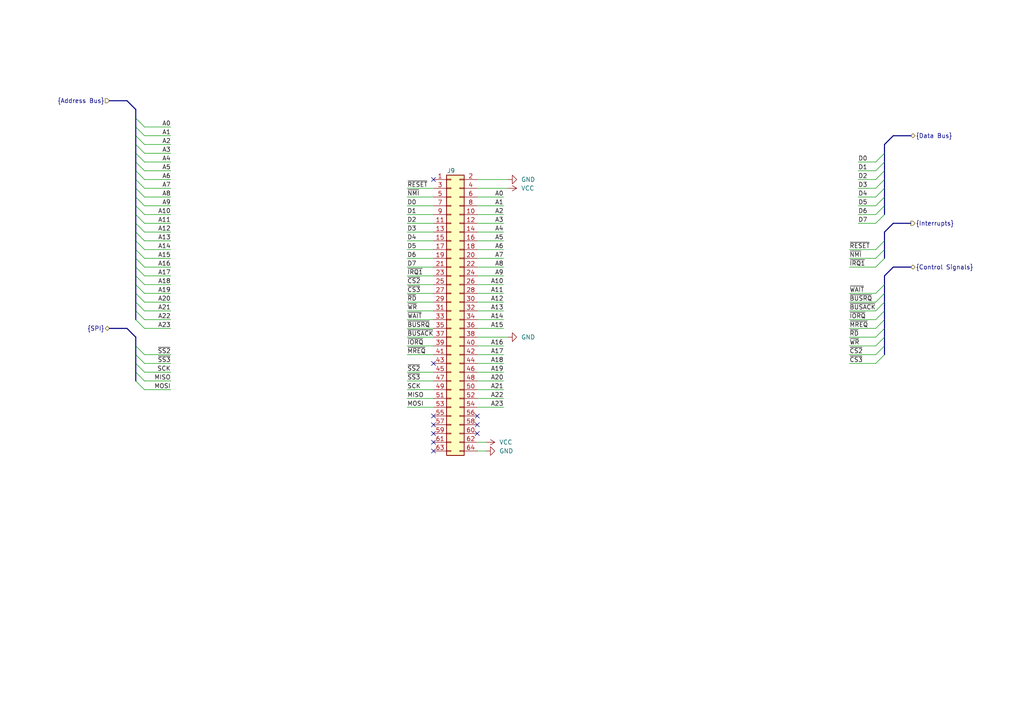
<source format=kicad_sch>
(kicad_sch (version 20230121) (generator eeschema)
  (paper "A4")
  (lib_symbols
    (symbol "Turaco:Conn_02x32_Odd_Even" (pin_names (offset 1.016) hide)
      (property "Reference" "J" (at 1.27 40.64 0))
      (property "Value" "Conn_02x32_Odd_Even" (at 1.27 -43.18 0))
      (symbol "Conn_02x32_Odd_Even_1_1"
        (rectangle (start -1.27 -40.513) (end 0 -40.767) (stroke (width 0.1524)))
        (rectangle (start -1.27 -37.973) (end 0 -38.227) (stroke (width 0.1524)))
        (rectangle (start -1.27 -35.433) (end 0 -35.687) (stroke (width 0.1524)))
        (rectangle (start -1.27 -32.893) (end 0 -33.147) (stroke (width 0.1524)))
        (rectangle (start -1.27 -30.353) (end 0 -30.607) (stroke (width 0.1524)))
        (rectangle (start -1.27 -27.813) (end 0 -28.067) (stroke (width 0.1524)))
        (rectangle (start -1.27 -25.273) (end 0 -25.527) (stroke (width 0.1524)))
        (rectangle (start -1.27 -22.733) (end 0 -22.987) (stroke (width 0.1524)))
        (rectangle (start -1.27 -20.193) (end 0 -20.447) (stroke (width 0.1524)))
        (rectangle (start -1.27 -17.653) (end 0 -17.907) (stroke (width 0.1524)))
        (rectangle (start -1.27 -15.113) (end 0 -15.367) (stroke (width 0.1524)))
        (rectangle (start -1.27 -12.573) (end 0 -12.827) (stroke (width 0.1524)))
        (rectangle (start -1.27 -10.033) (end 0 -10.287) (stroke (width 0.1524)))
        (rectangle (start -1.27 -7.493) (end 0 -7.747) (stroke (width 0.1524)))
        (rectangle (start -1.27 -4.953) (end 0 -5.207) (stroke (width 0.1524)))
        (rectangle (start -1.27 -2.413) (end 0 -2.667) (stroke (width 0.1524)))
        (rectangle (start -1.27 0.127) (end 0 -0.127) (stroke (width 0.1524)))
        (rectangle (start -1.27 2.667) (end 0 2.413) (stroke (width 0.1524)))
        (rectangle (start -1.27 5.207) (end 0 4.953) (stroke (width 0.1524)))
        (rectangle (start -1.27 7.747) (end 0 7.493) (stroke (width 0.1524)))
        (rectangle (start -1.27 10.287) (end 0 10.033) (stroke (width 0.1524)))
        (rectangle (start -1.27 12.827) (end 0 12.573) (stroke (width 0.1524)))
        (rectangle (start -1.27 15.367) (end 0 15.113) (stroke (width 0.1524)))
        (rectangle (start -1.27 17.907) (end 0 17.653) (stroke (width 0.1524)))
        (rectangle (start -1.27 20.447) (end 0 20.193) (stroke (width 0.1524)))
        (rectangle (start -1.27 22.987) (end 0 22.733) (stroke (width 0.1524)))
        (rectangle (start -1.27 25.527) (end 0 25.273) (stroke (width 0.1524)))
        (rectangle (start -1.27 28.067) (end 0 27.813) (stroke (width 0.1524)))
        (rectangle (start -1.27 30.607) (end 0 30.353) (stroke (width 0.1524)))
        (rectangle (start -1.27 33.147) (end 0 32.893) (stroke (width 0.1524)))
        (rectangle (start -1.27 35.687) (end 0 35.433) (stroke (width 0.1524)))
        (rectangle (start -1.27 38.227) (end 0 37.973) (stroke (width 0.1524)))
        (rectangle (start -1.27 39.37) (end 3.81 -41.91) (stroke (width 0.254)) (fill (type background)))
        (rectangle (start 3.81 -40.513) (end 2.54 -40.767) (stroke (width 0.1524)))
        (rectangle (start 3.81 -37.973) (end 2.54 -38.227) (stroke (width 0.1524)))
        (rectangle (start 3.81 -35.433) (end 2.54 -35.687) (stroke (width 0.1524)))
        (rectangle (start 3.81 -32.893) (end 2.54 -33.147) (stroke (width 0.1524)))
        (rectangle (start 3.81 -30.353) (end 2.54 -30.607) (stroke (width 0.1524)))
        (rectangle (start 3.81 -27.813) (end 2.54 -28.067) (stroke (width 0.1524)))
        (rectangle (start 3.81 -25.273) (end 2.54 -25.527) (stroke (width 0.1524)))
        (rectangle (start 3.81 -22.733) (end 2.54 -22.987) (stroke (width 0.1524)))
        (rectangle (start 3.81 -20.193) (end 2.54 -20.447) (stroke (width 0.1524)))
        (rectangle (start 3.81 -17.653) (end 2.54 -17.907) (stroke (width 0.1524)))
        (rectangle (start 3.81 -15.113) (end 2.54 -15.367) (stroke (width 0.1524)))
        (rectangle (start 3.81 -12.573) (end 2.54 -12.827) (stroke (width 0.1524)))
        (rectangle (start 3.81 -10.033) (end 2.54 -10.287) (stroke (width 0.1524)))
        (rectangle (start 3.81 -7.493) (end 2.54 -7.747) (stroke (width 0.1524)))
        (rectangle (start 3.81 -4.953) (end 2.54 -5.207) (stroke (width 0.1524)))
        (rectangle (start 3.81 -2.413) (end 2.54 -2.667) (stroke (width 0.1524)))
        (rectangle (start 3.81 0.127) (end 2.54 -0.127) (stroke (width 0.1524)))
        (rectangle (start 3.81 2.667) (end 2.54 2.413) (stroke (width 0.1524)))
        (rectangle (start 3.81 5.207) (end 2.54 4.953) (stroke (width 0.1524)))
        (rectangle (start 3.81 7.747) (end 2.54 7.493) (stroke (width 0.1524)))
        (rectangle (start 3.81 10.287) (end 2.54 10.033) (stroke (width 0.1524)))
        (rectangle (start 3.81 12.827) (end 2.54 12.573) (stroke (width 0.1524)))
        (rectangle (start 3.81 15.367) (end 2.54 15.113) (stroke (width 0.1524)))
        (rectangle (start 3.81 17.907) (end 2.54 17.653) (stroke (width 0.1524)))
        (rectangle (start 3.81 20.447) (end 2.54 20.193) (stroke (width 0.1524)))
        (rectangle (start 3.81 22.987) (end 2.54 22.733) (stroke (width 0.1524)))
        (rectangle (start 3.81 25.527) (end 2.54 25.273) (stroke (width 0.1524)))
        (rectangle (start 3.81 28.067) (end 2.54 27.813) (stroke (width 0.1524)))
        (rectangle (start 3.81 30.607) (end 2.54 30.353) (stroke (width 0.1524)))
        (rectangle (start 3.81 33.147) (end 2.54 32.893) (stroke (width 0.1524)))
        (rectangle (start 3.81 35.687) (end 2.54 35.433) (stroke (width 0.1524)))
        (rectangle (start 3.81 38.227) (end 2.54 37.973) (stroke (width 0.1524)))
        (pin passive line (at -5.08 38.1 0) (length 3.81) (name "Pin_1") (number "1"))
        (pin passive line (at 7.62 27.94 180) (length 3.81) (name "Pin_10") (number "10"))
        (pin passive line (at -5.08 25.4 0) (length 3.81) (name "Pin_11") (number "11"))
        (pin passive line (at 7.62 25.4 180) (length 3.81) (name "Pin_12") (number "12"))
        (pin passive line (at -5.08 22.86 0) (length 3.81) (name "Pin_13") (number "13"))
        (pin passive line (at 7.62 22.86 180) (length 3.81) (name "Pin_14") (number "14"))
        (pin passive line (at -5.08 20.32 0) (length 3.81) (name "Pin_15") (number "15"))
        (pin passive line (at 7.62 20.32 180) (length 3.81) (name "Pin_16") (number "16"))
        (pin passive line (at -5.08 17.78 0) (length 3.81) (name "Pin_17") (number "17"))
        (pin passive line (at 7.62 17.78 180) (length 3.81) (name "Pin_18") (number "18"))
        (pin passive line (at -5.08 15.24 0) (length 3.81) (name "Pin_19") (number "19"))
        (pin passive line (at 7.62 38.1 180) (length 3.81) (name "Pin_2") (number "2"))
        (pin passive line (at 7.62 15.24 180) (length 3.81) (name "Pin_20") (number "20"))
        (pin passive line (at -5.08 12.7 0) (length 3.81) (name "Pin_21") (number "21"))
        (pin passive line (at 7.62 12.7 180) (length 3.81) (name "Pin_22") (number "22"))
        (pin passive line (at -5.08 10.16 0) (length 3.81) (name "Pin_23") (number "23"))
        (pin passive line (at 7.62 10.16 180) (length 3.81) (name "Pin_24") (number "24"))
        (pin passive line (at -5.08 7.62 0) (length 3.81) (name "Pin_25") (number "25"))
        (pin passive line (at 7.62 7.62 180) (length 3.81) (name "Pin_26") (number "26"))
        (pin passive line (at -5.08 5.08 0) (length 3.81) (name "Pin_27") (number "27"))
        (pin passive line (at 7.62 5.08 180) (length 3.81) (name "Pin_28") (number "28"))
        (pin passive line (at -5.08 2.54 0) (length 3.81) (name "Pin_29") (number "29"))
        (pin passive line (at -5.08 35.56 0) (length 3.81) (name "Pin_3") (number "3"))
        (pin passive line (at 7.62 2.54 180) (length 3.81) (name "Pin_30") (number "30"))
        (pin passive line (at -5.08 0 0) (length 3.81) (name "Pin_31") (number "31"))
        (pin passive line (at 7.62 0 180) (length 3.81) (name "Pin_32") (number "32"))
        (pin passive line (at -5.08 -2.54 0) (length 3.81) (name "Pin_33") (number "33"))
        (pin passive line (at 7.62 -2.54 180) (length 3.81) (name "Pin_34") (number "34"))
        (pin passive line (at -5.08 -5.08 0) (length 3.81) (name "Pin_35") (number "35"))
        (pin passive line (at 7.62 -5.08 180) (length 3.81) (name "Pin_36") (number "36"))
        (pin passive line (at -5.08 -7.62 0) (length 3.81) (name "Pin_37") (number "37"))
        (pin passive line (at 7.62 -7.62 180) (length 3.81) (name "Pin_38") (number "38"))
        (pin passive line (at -5.08 -10.16 0) (length 3.81) (name "Pin_39") (number "39"))
        (pin passive line (at 7.62 35.56 180) (length 3.81) (name "Pin_4") (number "4"))
        (pin passive line (at 7.62 -10.16 180) (length 3.81) (name "Pin_40") (number "40"))
        (pin passive line (at -5.08 -12.7 0) (length 3.81) (name "Pin_41") (number "41"))
        (pin passive line (at 7.62 -12.7 180) (length 3.81) (name "Pin_42") (number "42"))
        (pin passive line (at -5.08 -15.24 0) (length 3.81) (name "Pin_43") (number "43"))
        (pin passive line (at 7.62 -15.24 180) (length 3.81) (name "Pin_44") (number "44"))
        (pin passive line (at -5.08 -17.78 0) (length 3.81) (name "Pin_45") (number "45"))
        (pin passive line (at 7.62 -17.78 180) (length 3.81) (name "Pin_46") (number "46"))
        (pin passive line (at -5.08 -20.32 0) (length 3.81) (name "Pin_47") (number "47"))
        (pin passive line (at 7.62 -20.32 180) (length 3.81) (name "Pin_48") (number "48"))
        (pin passive line (at -5.08 -22.86 0) (length 3.81) (name "Pin_49") (number "49"))
        (pin passive line (at -5.08 33.02 0) (length 3.81) (name "Pin_5") (number "5"))
        (pin passive line (at 7.62 -22.86 180) (length 3.81) (name "Pin_50") (number "50"))
        (pin passive line (at -5.08 -25.4 0) (length 3.81) (name "Pin_51") (number "51"))
        (pin passive line (at 7.62 -25.4 180) (length 3.81) (name "Pin_52") (number "52"))
        (pin passive line (at -5.08 -27.94 0) (length 3.81) (name "Pin_53") (number "53"))
        (pin passive line (at 7.62 -27.94 180) (length 3.81) (name "Pin_54") (number "54"))
        (pin passive line (at -5.08 -30.48 0) (length 3.81) (name "Pin_55") (number "55"))
        (pin passive line (at 7.62 -30.48 180) (length 3.81) (name "Pin_56") (number "56"))
        (pin passive line (at -5.08 -33.02 0) (length 3.81) (name "Pin_57") (number "57"))
        (pin passive line (at 7.62 -33.02 180) (length 3.81) (name "Pin_58") (number "58"))
        (pin passive line (at -5.08 -35.56 0) (length 3.81) (name "Pin_59") (number "59"))
        (pin passive line (at 7.62 33.02 180) (length 3.81) (name "Pin_6") (number "6"))
        (pin passive line (at 7.62 -35.56 180) (length 3.81) (name "Pin_60") (number "60"))
        (pin passive line (at -5.08 -38.1 0) (length 3.81) (name "Pin_61") (number "61"))
        (pin passive line (at 7.62 -38.1 180) (length 3.81) (name "Pin_62") (number "62"))
        (pin passive line (at -5.08 -40.64 0) (length 3.81) (name "Pin_63") (number "63"))
        (pin passive line (at 7.62 -40.64 180) (length 3.81) (name "Pin_64") (number "64"))
        (pin passive line (at -5.08 30.48 0) (length 3.81) (name "Pin_7") (number "7"))
        (pin passive line (at 7.62 30.48 180) (length 3.81) (name "Pin_8") (number "8"))
        (pin passive line (at -5.08 27.94 0) (length 3.81) (name "Pin_9") (number "9"))
      )
    )
    (symbol "power:GND" (power) (pin_names (offset 0))
      (property "Value" "GND" (at 0 -3.81 0))
      (symbol "GND_0_1"
        (polyline (pts (xy 0 0) (xy 0 -1.27) (xy 1.27 -1.27) (xy 0 -2.54) (xy -1.27 -1.27) (xy 0 -1.27)))
      )
      (symbol "GND_1_1"
        (pin power_in line (at 0 0 270) (length 0) hide (name "GND") (number "1"))
      )
    )
    (symbol "power:VCC" (power) (pin_names (offset 0))
      (property "Value" "VCC" (at 0 3.81 0))
      (symbol "VCC_0_1"
        (polyline (pts (xy -0.762 1.27) (xy 0 2.54)))
        (polyline (pts (xy 0 0) (xy 0 2.54)))
        (polyline (pts (xy 0 2.54) (xy 0.762 1.27)))
      )
      (symbol "VCC_1_1"
        (pin power_in line (at 0 0 90) (length 0) hide (name "VCC") (number "1"))
      )
    )
  )
  (no_connect (at 125.73 52.07))
  (no_connect (at 138.43 120.65))
  (no_connect (at 138.43 123.19))
  (no_connect (at 125.73 105.41))
  (no_connect (at 125.73 120.65))
  (no_connect (at 125.73 123.19))
  (no_connect (at 125.73 130.81))
  (no_connect (at 125.73 128.27))
  (no_connect (at 138.43 125.73))
  (no_connect (at 125.73 125.73))
  (bus_entry (at 39.37 46.99) (size 2.54 2.54))
  (bus_entry (at 256.54 49.53) (size -2.54 2.54))
  (bus_entry (at 256.54 44.45) (size -2.54 2.54))
  (bus_entry (at 39.37 62.23) (size 2.54 2.54))
  (bus_entry (at 39.37 85.09) (size 2.54 2.54))
  (bus_entry (at 39.37 41.91) (size 2.54 2.54))
  (bus_entry (at 39.37 102.87) (size 2.54 2.54))
  (bus_entry (at 39.37 44.45) (size 2.54 2.54))
  (bus_entry (at 256.54 62.23) (size -2.54 2.54))
  (bus_entry (at 39.37 100.33) (size 2.54 2.54))
  (bus_entry (at 39.37 69.85) (size 2.54 2.54))
  (bus_entry (at 39.37 49.53) (size 2.54 2.54))
  (bus_entry (at 256.54 95.25) (size -2.54 2.54))
  (bus_entry (at 256.54 52.07) (size -2.54 2.54))
  (bus_entry (at 39.37 52.07) (size 2.54 2.54))
  (bus_entry (at 39.37 36.83) (size 2.54 2.54))
  (bus_entry (at 39.37 87.63) (size 2.54 2.54))
  (bus_entry (at 256.54 46.99) (size -2.54 2.54))
  (bus_entry (at 256.54 87.63) (size -2.54 2.54))
  (bus_entry (at 39.37 105.41) (size 2.54 2.54))
  (bus_entry (at 39.37 82.55) (size 2.54 2.54))
  (bus_entry (at 39.37 67.31) (size 2.54 2.54))
  (bus_entry (at 39.37 57.15) (size 2.54 2.54))
  (bus_entry (at 256.54 74.93) (size -2.54 2.54))
  (bus_entry (at 256.54 72.39) (size -2.54 2.54))
  (bus_entry (at 39.37 59.69) (size 2.54 2.54))
  (bus_entry (at 256.54 82.55) (size -2.54 2.54))
  (bus_entry (at 256.54 102.87) (size -2.54 2.54))
  (bus_entry (at 39.37 39.37) (size 2.54 2.54))
  (bus_entry (at 39.37 90.17) (size 2.54 2.54))
  (bus_entry (at 256.54 92.71) (size -2.54 2.54))
  (bus_entry (at 39.37 80.01) (size 2.54 2.54))
  (bus_entry (at 256.54 69.85) (size -2.54 2.54))
  (bus_entry (at 39.37 64.77) (size 2.54 2.54))
  (bus_entry (at 256.54 100.33) (size -2.54 2.54))
  (bus_entry (at 256.54 57.15) (size -2.54 2.54))
  (bus_entry (at 39.37 110.49) (size 2.54 2.54))
  (bus_entry (at 39.37 107.95) (size 2.54 2.54))
  (bus_entry (at 39.37 72.39) (size 2.54 2.54))
  (bus_entry (at 256.54 97.79) (size -2.54 2.54))
  (bus_entry (at 39.37 34.29) (size 2.54 2.54))
  (bus_entry (at 39.37 74.93) (size 2.54 2.54))
  (bus_entry (at 256.54 54.61) (size -2.54 2.54))
  (bus_entry (at 39.37 92.71) (size 2.54 2.54))
  (bus_entry (at 256.54 59.69) (size -2.54 2.54))
  (bus_entry (at 39.37 77.47) (size 2.54 2.54))
  (bus_entry (at 39.37 54.61) (size 2.54 2.54))
  (bus_entry (at 256.54 85.09) (size -2.54 2.54))
  (bus_entry (at 256.54 90.17) (size -2.54 2.54))
  (wire (pts (xy 138.43 105.41) (xy 146.05 105.41)))
  (wire (pts (xy 248.92 52.07) (xy 254 52.07)))
  (wire (pts (xy 138.43 102.87) (xy 146.05 102.87)))
  (wire (pts (xy 254 90.17) (xy 246.38 90.17)))
  (bus (pts (xy 39.37 82.55) (xy 39.37 85.09)))
  (bus (pts (xy 39.37 105.41) (xy 39.37 107.95)))
  (bus (pts (xy 256.54 49.53) (xy 256.54 52.07)))
  (wire (pts (xy 41.91 95.25) (xy 49.53 95.25)))
  (wire (pts (xy 138.43 87.63) (xy 146.05 87.63)))
  (wire (pts (xy 138.43 85.09) (xy 146.05 85.09)))
  (wire (pts (xy 138.43 69.85) (xy 146.05 69.85)))
  (bus (pts (xy 39.37 59.69) (xy 39.37 62.23)))
  (bus (pts (xy 39.37 39.37) (xy 39.37 41.91)))
  (wire (pts (xy 248.92 54.61) (xy 254 54.61)))
  (wire (pts (xy 254 102.87) (xy 246.38 102.87)))
  (wire (pts (xy 118.11 59.69) (xy 125.73 59.69)))
  (wire (pts (xy 118.11 62.23) (xy 125.73 62.23)))
  (wire (pts (xy 41.91 44.45) (xy 49.53 44.45)))
  (bus (pts (xy 39.37 62.23) (xy 39.37 64.77)))
  (wire (pts (xy 41.91 57.15) (xy 49.53 57.15)))
  (wire (pts (xy 125.73 107.95) (xy 118.11 107.95)))
  (wire (pts (xy 41.91 39.37) (xy 49.53 39.37)))
  (wire (pts (xy 138.43 90.17) (xy 146.05 90.17)))
  (wire (pts (xy 138.43 100.33) (xy 146.05 100.33)))
  (wire (pts (xy 41.91 77.47) (xy 49.53 77.47)))
  (bus (pts (xy 39.37 90.17) (xy 39.37 92.71)))
  (wire (pts (xy 125.73 102.87) (xy 118.11 102.87)))
  (wire (pts (xy 41.91 69.85) (xy 49.53 69.85)))
  (bus (pts (xy 39.37 34.29) (xy 39.37 36.83)))
  (bus (pts (xy 39.37 49.53) (xy 39.37 52.07)))
  (wire (pts (xy 248.92 59.69) (xy 254 59.69)))
  (wire (pts (xy 118.11 57.15) (xy 125.73 57.15)))
  (wire (pts (xy 138.43 95.25) (xy 146.05 95.25)))
  (bus (pts (xy 36.83 95.25) (xy 39.37 97.79)))
  (wire (pts (xy 118.11 74.93) (xy 125.73 74.93)))
  (wire (pts (xy 125.73 95.25) (xy 118.11 95.25)))
  (wire (pts (xy 138.43 110.49) (xy 146.05 110.49)))
  (bus (pts (xy 256.54 72.39) (xy 256.54 74.93)))
  (wire (pts (xy 248.92 64.77) (xy 254 64.77)))
  (bus (pts (xy 31.75 95.25) (xy 36.83 95.25)))
  (wire (pts (xy 138.43 80.01) (xy 146.05 80.01)))
  (wire (pts (xy 138.43 92.71) (xy 146.05 92.71)))
  (wire (pts (xy 138.43 62.23) (xy 146.05 62.23)))
  (bus (pts (xy 256.54 57.15) (xy 256.54 59.69)))
  (bus (pts (xy 39.37 80.01) (xy 39.37 82.55)))
  (bus (pts (xy 39.37 52.07) (xy 39.37 54.61)))
  (wire (pts (xy 138.43 57.15) (xy 146.05 57.15)))
  (wire (pts (xy 138.43 77.47) (xy 146.05 77.47)))
  (bus (pts (xy 31.75 29.21) (xy 36.83 29.21)))
  (wire (pts (xy 248.92 49.53) (xy 254 49.53)))
  (wire (pts (xy 138.43 59.69) (xy 146.05 59.69)))
  (wire (pts (xy 138.43 82.55) (xy 146.05 82.55)))
  (bus (pts (xy 256.54 54.61) (xy 256.54 57.15)))
  (bus (pts (xy 259.08 39.37) (xy 256.54 41.91)))
  (wire (pts (xy 246.38 74.93) (xy 254 74.93)))
  (bus (pts (xy 256.54 52.07) (xy 256.54 54.61)))
  (bus (pts (xy 39.37 64.77) (xy 39.37 67.31)))
  (wire (pts (xy 138.43 54.61) (xy 147.32 54.61)))
  (wire (pts (xy 125.73 100.33) (xy 118.11 100.33)))
  (bus (pts (xy 256.54 87.63) (xy 256.54 90.17)))
  (wire (pts (xy 118.11 54.61) (xy 125.73 54.61)))
  (wire (pts (xy 41.91 85.09) (xy 49.53 85.09)))
  (wire (pts (xy 254 95.25) (xy 246.38 95.25)))
  (bus (pts (xy 256.54 97.79) (xy 256.54 100.33)))
  (wire (pts (xy 138.43 118.11) (xy 146.05 118.11)))
  (wire (pts (xy 125.73 97.79) (xy 118.11 97.79)))
  (bus (pts (xy 256.54 95.25) (xy 256.54 97.79)))
  (wire (pts (xy 41.91 92.71) (xy 49.53 92.71)))
  (wire (pts (xy 254 105.41) (xy 246.38 105.41)))
  (wire (pts (xy 41.91 102.87) (xy 49.53 102.87)))
  (wire (pts (xy 118.11 77.47) (xy 125.73 77.47)))
  (wire (pts (xy 138.43 97.79) (xy 147.32 97.79)))
  (wire (pts (xy 254 100.33) (xy 246.38 100.33)))
  (wire (pts (xy 41.91 74.93) (xy 49.53 74.93)))
  (wire (pts (xy 138.43 74.93) (xy 146.05 74.93)))
  (bus (pts (xy 39.37 72.39) (xy 39.37 74.93)))
  (wire (pts (xy 254 87.63) (xy 246.38 87.63)))
  (bus (pts (xy 259.08 39.37) (xy 264.16 39.37)))
  (wire (pts (xy 41.91 113.03) (xy 49.53 113.03)))
  (wire (pts (xy 41.91 46.99) (xy 49.53 46.99)))
  (wire (pts (xy 125.73 87.63) (xy 118.11 87.63)))
  (wire (pts (xy 118.11 69.85) (xy 125.73 69.85)))
  (wire (pts (xy 41.91 49.53) (xy 49.53 49.53)))
  (wire (pts (xy 41.91 90.17) (xy 49.53 90.17)))
  (wire (pts (xy 254 85.09) (xy 246.38 85.09)))
  (bus (pts (xy 39.37 41.91) (xy 39.37 44.45)))
  (bus (pts (xy 256.54 85.09) (xy 256.54 87.63)))
  (bus (pts (xy 39.37 97.79) (xy 39.37 100.33)))
  (bus (pts (xy 256.54 41.91) (xy 256.54 44.45)))
  (wire (pts (xy 41.91 105.41) (xy 49.53 105.41)))
  (bus (pts (xy 36.83 29.21) (xy 39.37 31.75)))
  (bus (pts (xy 259.08 77.47) (xy 256.54 80.01)))
  (wire (pts (xy 118.11 72.39) (xy 125.73 72.39)))
  (wire (pts (xy 41.91 62.23) (xy 49.53 62.23)))
  (wire (pts (xy 41.91 36.83) (xy 49.53 36.83)))
  (bus (pts (xy 39.37 57.15) (xy 39.37 59.69)))
  (bus (pts (xy 39.37 67.31) (xy 39.37 69.85)))
  (wire (pts (xy 248.92 46.99) (xy 254 46.99)))
  (bus (pts (xy 39.37 46.99) (xy 39.37 49.53)))
  (bus (pts (xy 39.37 85.09) (xy 39.37 87.63)))
  (wire (pts (xy 41.91 54.61) (xy 49.53 54.61)))
  (bus (pts (xy 39.37 69.85) (xy 39.37 72.39)))
  (bus (pts (xy 264.16 77.47) (xy 259.08 77.47)))
  (bus (pts (xy 256.54 46.99) (xy 256.54 49.53)))
  (wire (pts (xy 41.91 41.91) (xy 49.53 41.91)))
  (bus (pts (xy 39.37 36.83) (xy 39.37 39.37)))
  (wire (pts (xy 246.38 72.39) (xy 254 72.39)))
  (wire (pts (xy 254 92.71) (xy 246.38 92.71)))
  (wire (pts (xy 125.73 115.57) (xy 118.11 115.57)))
  (bus (pts (xy 39.37 54.61) (xy 39.37 57.15)))
  (wire (pts (xy 125.73 118.11) (xy 118.11 118.11)))
  (wire (pts (xy 138.43 52.07) (xy 147.32 52.07)))
  (wire (pts (xy 125.73 90.17) (xy 118.11 90.17)))
  (bus (pts (xy 39.37 107.95) (xy 39.37 110.49)))
  (wire (pts (xy 254 97.79) (xy 246.38 97.79)))
  (wire (pts (xy 125.73 113.03) (xy 118.11 113.03)))
  (wire (pts (xy 41.91 67.31) (xy 49.53 67.31)))
  (bus (pts (xy 39.37 77.47) (xy 39.37 80.01)))
  (bus (pts (xy 256.54 92.71) (xy 256.54 95.25)))
  (wire (pts (xy 138.43 64.77) (xy 146.05 64.77)))
  (wire (pts (xy 125.73 92.71) (xy 118.11 92.71)))
  (wire (pts (xy 138.43 113.03) (xy 146.05 113.03)))
  (wire (pts (xy 41.91 52.07) (xy 49.53 52.07)))
  (wire (pts (xy 118.11 80.01) (xy 125.73 80.01)))
  (bus (pts (xy 256.54 90.17) (xy 256.54 92.71)))
  (bus (pts (xy 259.08 64.77) (xy 256.54 67.31)))
  (bus (pts (xy 256.54 44.45) (xy 256.54 46.99)))
  (wire (pts (xy 41.91 64.77) (xy 49.53 64.77)))
  (wire (pts (xy 41.91 110.49) (xy 49.53 110.49)))
  (wire (pts (xy 41.91 87.63) (xy 49.53 87.63)))
  (wire (pts (xy 138.43 115.57) (xy 146.05 115.57)))
  (bus (pts (xy 256.54 59.69) (xy 256.54 62.23)))
  (wire (pts (xy 41.91 72.39) (xy 49.53 72.39)))
  (wire (pts (xy 248.92 62.23) (xy 254 62.23)))
  (wire (pts (xy 41.91 82.55) (xy 49.53 82.55)))
  (bus (pts (xy 39.37 100.33) (xy 39.37 102.87)))
  (wire (pts (xy 118.11 64.77) (xy 125.73 64.77)))
  (wire (pts (xy 248.92 57.15) (xy 254 57.15)))
  (bus (pts (xy 39.37 87.63) (xy 39.37 90.17)))
  (wire (pts (xy 41.91 80.01) (xy 49.53 80.01)))
  (bus (pts (xy 256.54 69.85) (xy 256.54 72.39)))
  (bus (pts (xy 39.37 74.93) (xy 39.37 77.47)))
  (bus (pts (xy 259.08 64.77) (xy 264.16 64.77)))
  (bus (pts (xy 39.37 31.75) (xy 39.37 34.29)))
  (wire (pts (xy 246.38 77.47) (xy 254 77.47)))
  (bus (pts (xy 256.54 82.55) (xy 256.54 85.09)))
  (wire (pts (xy 41.91 107.95) (xy 49.53 107.95)))
  (wire (pts (xy 138.43 130.81) (xy 140.97 130.81)))
  (wire (pts (xy 41.91 59.69) (xy 49.53 59.69)))
  (wire (pts (xy 125.73 110.49) (xy 118.11 110.49)))
  (wire (pts (xy 138.43 107.95) (xy 146.05 107.95)))
  (bus (pts (xy 39.37 102.87) (xy 39.37 105.41)))
  (bus (pts (xy 39.37 44.45) (xy 39.37 46.99)))
  (bus (pts (xy 256.54 100.33) (xy 256.54 102.87)))
  (wire (pts (xy 125.73 82.55) (xy 118.11 82.55)))
  (wire (pts (xy 138.43 72.39) (xy 146.05 72.39)))
  (wire (pts (xy 138.43 67.31) (xy 146.05 67.31)))
  (wire (pts (xy 138.43 128.27) (xy 140.97 128.27)))
  (wire (pts (xy 118.11 67.31) (xy 125.73 67.31)))
  (wire (pts (xy 125.73 85.09) (xy 118.11 85.09)))
  (bus (pts (xy 256.54 67.31) (xy 256.54 69.85)))
  (bus (pts (xy 256.54 80.01) (xy 256.54 82.55)))
  (label "A8" (at 49.53 57.15 180))
  (label "~{CS3}" (at 246.38 105.41 0))
  (label "A15" (at 49.53 74.93 180))
  (label "~{SS2}" (at 118.11 107.95 0))
  (label "D4" (at 248.92 57.15 0))
  (label "A5" (at 49.53 49.53 180))
  (label "~{CS2}" (at 118.11 82.55 0))
  (label "A23" (at 146.05 118.11 180))
  (label "A7" (at 146.05 74.93 180))
  (label "A19" (at 146.05 107.95 180))
  (label "A20" (at 49.53 87.63 180))
  (label "A6" (at 49.53 52.07 180))
  (label "~{IRQ1}" (at 118.11 80.01 0))
  (label "A3" (at 49.53 44.45 180))
  (label "~{NMI}" (at 246.38 74.93 0))
  (label "A18" (at 49.53 82.55 180))
  (label "~{RESET}" (at 118.11 54.61 0))
  (label "A16" (at 49.53 77.47 180))
  (label "A17" (at 146.05 102.87 180))
  (label "A2" (at 49.53 41.91 180))
  (label "~{WR}" (at 118.11 90.17 0))
  (label "~{IORQ}" (at 246.38 92.71 0))
  (label "~{SS3}" (at 118.11 110.49 0))
  (label "D3" (at 118.11 67.31 0))
  (label "A11" (at 146.05 85.09 180))
  (label "~{WAIT}" (at 246.38 85.09 0))
  (label "MOSI" (at 49.53 113.03 180))
  (label "~{WAIT}" (at 118.11 92.71 0))
  (label "A3" (at 146.05 64.77 180))
  (label "MISO" (at 49.53 110.49 180))
  (label "~{BUSRQ}" (at 246.38 87.63 0))
  (label "A12" (at 146.05 87.63 180))
  (label "~{MREQ}" (at 246.38 95.25 0))
  (label "A10" (at 146.05 82.55 180))
  (label "A14" (at 49.53 72.39 180))
  (label "A1" (at 49.53 39.37 180))
  (label "~{SS2}" (at 49.53 102.87 180))
  (label "A16" (at 146.05 100.33 180))
  (label "MOSI" (at 118.11 118.11 0))
  (label "A10" (at 49.53 62.23 180))
  (label "A21" (at 49.53 90.17 180))
  (label "~{CS2}" (at 246.38 102.87 0))
  (label "D2" (at 118.11 64.77 0))
  (label "A15" (at 146.05 95.25 180))
  (label "A21" (at 146.05 113.03 180))
  (label "A1" (at 146.05 59.69 180))
  (label "D4" (at 118.11 69.85 0))
  (label "~{IORQ}" (at 118.11 100.33 0))
  (label "D6" (at 248.92 62.23 0))
  (label "D2" (at 248.92 52.07 0))
  (label "A8" (at 146.05 77.47 180))
  (label "A18" (at 146.05 105.41 180))
  (label "D0" (at 248.92 46.99 0))
  (label "A4" (at 146.05 67.31 180))
  (label "A22" (at 146.05 115.57 180))
  (label "D6" (at 118.11 74.93 0))
  (label "A0" (at 146.05 57.15 180))
  (label "A22" (at 49.53 92.71 180))
  (label "A5" (at 146.05 69.85 180))
  (label "SCK" (at 118.11 113.03 0))
  (label "~{IRQ1}" (at 246.38 77.47 0))
  (label "A19" (at 49.53 85.09 180))
  (label "A17" (at 49.53 80.01 180))
  (label "A0" (at 49.53 36.83 180))
  (label "MISO" (at 118.11 115.57 0))
  (label "D5" (at 118.11 72.39 0))
  (label "A23" (at 49.53 95.25 180))
  (label "D1" (at 248.92 49.53 0))
  (label "D7" (at 118.11 77.47 0))
  (label "~{WR}" (at 246.38 100.33 0))
  (label "~{RD}" (at 246.38 97.79 0))
  (label "A13" (at 49.53 69.85 180))
  (label "A14" (at 146.05 92.71 180))
  (label "~{BUSACK}" (at 118.11 97.79 0))
  (label "~{BUSRQ}" (at 118.11 95.25 0))
  (label "A2" (at 146.05 62.23 180))
  (label "A20" (at 146.05 110.49 180))
  (label "D1" (at 118.11 62.23 0))
  (label "D3" (at 248.92 54.61 0))
  (label "~{MREQ}" (at 118.11 102.87 0))
  (label "SCK" (at 49.53 107.95 180))
  (label "~{NMI}" (at 118.11 57.15 0))
  (label "A11" (at 49.53 64.77 180))
  (label "~{RD}" (at 118.11 87.63 0))
  (label "A6" (at 146.05 72.39 180))
  (label "~{BUSACK}" (at 246.38 90.17 0))
  (label "A13" (at 146.05 90.17 180))
  (label "D7" (at 248.92 64.77 0))
  (label "A9" (at 49.53 59.69 180))
  (label "D5" (at 248.92 59.69 0))
  (label "D0" (at 118.11 59.69 0))
  (label "A4" (at 49.53 46.99 180))
  (label "~{RESET}" (at 246.38 72.39 0))
  (label "A12" (at 49.53 67.31 180))
  (label "A7" (at 49.53 54.61 180))
  (label "~{CS3}" (at 118.11 85.09 0))
  (label "~{SS3}" (at 49.53 105.41 180))
  (label "A9" (at 146.05 80.01 180))
  (hierarchical_label "{Interrupts}" (shape output) (at 264.16 64.77 0))
  (hierarchical_label "{Address Bus}" (shape input) (at 31.75 29.21 180))
  (hierarchical_label "{Control Signals}" (shape bidirectional) (at 264.16 77.47 0))
  (hierarchical_label "{SPI}" (shape bidirectional) (at 31.75 95.25 180))
  (hierarchical_label "{Data Bus}" (shape bidirectional) (at 264.16 39.37 0))
  (symbol (lib_id "power:GND") (at 147.32 97.79 90) (unit 1)
    (property "Reference" "#PWR0137" (effects hide))
    (property "Value" "GND" (at 151.13 97.7899 90) (effects (justify right)))
  )
  (symbol (lib_id "Turaco:Conn_02x32_Odd_Even") (at 130.81 90.17 0) (unit 1)
    (property "Reference" "J9" (at 130.81 49.53 0))
    (property "Value" "Conn_02x32_Odd_Even" (effects hide))
  )
  (symbol (lib_id "power:GND") (at 147.32 52.07 90) (unit 1)
    (property "Reference" "#PWR0135" (effects hide))
    (property "Value" "GND" (at 151.13 52.0699 90) (effects (justify right)))
  )
  (symbol (lib_id "power:GND") (at 140.97 130.81 90) (unit 1)
    (property "Reference" "#PWR0134" (effects hide))
    (property "Value" "GND" (at 144.78 130.8099 90) (effects (justify right)))
  )
  (symbol (lib_id "power:VCC") (at 147.32 54.61 270) (unit 1)
    (property "Reference" "#PWR0136" (effects hide))
    (property "Value" "VCC" (at 151.13 54.6099 90) (effects (justify left)))
  )
  (symbol (lib_id "power:VCC") (at 140.97 128.27 270) (unit 1)
    (property "Reference" "#PWR0133" (effects hide))
    (property "Value" "VCC" (at 144.78 128.2699 90) (effects (justify left)))
  )
)
</source>
